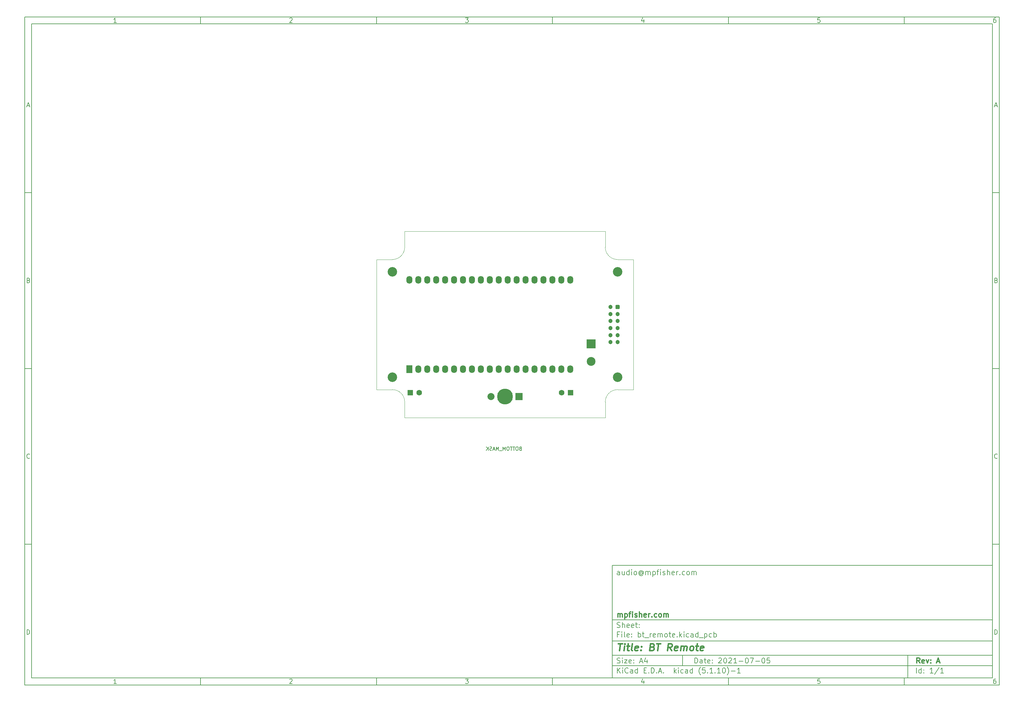
<source format=gbr>
G04 #@! TF.GenerationSoftware,KiCad,Pcbnew,(5.1.10)-1*
G04 #@! TF.CreationDate,2021-11-20T11:05:23+00:00*
G04 #@! TF.ProjectId,bt_remote,62745f72-656d-46f7-9465-2e6b69636164,A*
G04 #@! TF.SameCoordinates,PX68e7780PY7641700*
G04 #@! TF.FileFunction,Soldermask,Bot*
G04 #@! TF.FilePolarity,Negative*
%FSLAX46Y46*%
G04 Gerber Fmt 4.6, Leading zero omitted, Abs format (unit mm)*
G04 Created by KiCad (PCBNEW (5.1.10)-1) date 2021-11-20 11:05:23*
%MOMM*%
%LPD*%
G01*
G04 APERTURE LIST*
%ADD10C,0.100000*%
%ADD11C,0.150000*%
%ADD12C,0.300000*%
%ADD13C,0.400000*%
G04 #@! TA.AperFunction,Profile*
%ADD14C,0.050000*%
G04 #@! TD*
%ADD15C,2.000000*%
%ADD16R,2.000000X2.000000*%
%ADD17R,2.500000X2.500000*%
%ADD18C,2.500000*%
%ADD19C,4.500000*%
%ADD20O,1.700000X2.200000*%
%ADD21R,1.700000X2.200000*%
%ADD22C,1.200000*%
%ADD23C,2.700000*%
%ADD24C,1.600000*%
%ADD25R,1.600000X1.600000*%
G04 APERTURE END LIST*
D10*
D11*
X67002200Y-42007200D02*
X67002200Y-74007200D01*
X175002200Y-74007200D01*
X175002200Y-42007200D01*
X67002200Y-42007200D01*
D10*
D11*
X-100000000Y114000000D02*
X-100000000Y-76007200D01*
X177002200Y-76007200D01*
X177002200Y114000000D01*
X-100000000Y114000000D01*
D10*
D11*
X-98000000Y112000000D02*
X-98000000Y-74007200D01*
X175002200Y-74007200D01*
X175002200Y112000000D01*
X-98000000Y112000000D01*
D10*
D11*
X-50000000Y112000000D02*
X-50000000Y114000000D01*
D10*
D11*
X0Y112000000D02*
X0Y114000000D01*
D10*
D11*
X50000000Y112000000D02*
X50000000Y114000000D01*
D10*
D11*
X100000000Y112000000D02*
X100000000Y114000000D01*
D10*
D11*
X150000000Y112000000D02*
X150000000Y114000000D01*
D10*
D11*
X-73934524Y112411905D02*
X-74677381Y112411905D01*
X-74305953Y112411905D02*
X-74305953Y113711905D01*
X-74429762Y113526191D01*
X-74553572Y113402381D01*
X-74677381Y113340477D01*
D10*
D11*
X-24677381Y113588096D02*
X-24615477Y113650000D01*
X-24491667Y113711905D01*
X-24182143Y113711905D01*
X-24058334Y113650000D01*
X-23996429Y113588096D01*
X-23934524Y113464286D01*
X-23934524Y113340477D01*
X-23996429Y113154762D01*
X-24739286Y112411905D01*
X-23934524Y112411905D01*
D10*
D11*
X25260714Y113711905D02*
X26065476Y113711905D01*
X25632142Y113216667D01*
X25817857Y113216667D01*
X25941666Y113154762D01*
X26003571Y113092858D01*
X26065476Y112969048D01*
X26065476Y112659524D01*
X26003571Y112535715D01*
X25941666Y112473810D01*
X25817857Y112411905D01*
X25446428Y112411905D01*
X25322619Y112473810D01*
X25260714Y112535715D01*
D10*
D11*
X75941666Y113278572D02*
X75941666Y112411905D01*
X75632142Y113773810D02*
X75322619Y112845239D01*
X76127380Y112845239D01*
D10*
D11*
X126003571Y113711905D02*
X125384523Y113711905D01*
X125322619Y113092858D01*
X125384523Y113154762D01*
X125508333Y113216667D01*
X125817857Y113216667D01*
X125941666Y113154762D01*
X126003571Y113092858D01*
X126065476Y112969048D01*
X126065476Y112659524D01*
X126003571Y112535715D01*
X125941666Y112473810D01*
X125817857Y112411905D01*
X125508333Y112411905D01*
X125384523Y112473810D01*
X125322619Y112535715D01*
D10*
D11*
X175941666Y113711905D02*
X175694047Y113711905D01*
X175570238Y113650000D01*
X175508333Y113588096D01*
X175384523Y113402381D01*
X175322619Y113154762D01*
X175322619Y112659524D01*
X175384523Y112535715D01*
X175446428Y112473810D01*
X175570238Y112411905D01*
X175817857Y112411905D01*
X175941666Y112473810D01*
X176003571Y112535715D01*
X176065476Y112659524D01*
X176065476Y112969048D01*
X176003571Y113092858D01*
X175941666Y113154762D01*
X175817857Y113216667D01*
X175570238Y113216667D01*
X175446428Y113154762D01*
X175384523Y113092858D01*
X175322619Y112969048D01*
D10*
D11*
X-50000000Y-74007200D02*
X-50000000Y-76007200D01*
D10*
D11*
X0Y-74007200D02*
X0Y-76007200D01*
D10*
D11*
X50000000Y-74007200D02*
X50000000Y-76007200D01*
D10*
D11*
X100000000Y-74007200D02*
X100000000Y-76007200D01*
D10*
D11*
X150000000Y-74007200D02*
X150000000Y-76007200D01*
D10*
D11*
X-73934524Y-75595295D02*
X-74677381Y-75595295D01*
X-74305953Y-75595295D02*
X-74305953Y-74295295D01*
X-74429762Y-74481009D01*
X-74553572Y-74604819D01*
X-74677381Y-74666723D01*
D10*
D11*
X-24677381Y-74419104D02*
X-24615477Y-74357200D01*
X-24491667Y-74295295D01*
X-24182143Y-74295295D01*
X-24058334Y-74357200D01*
X-23996429Y-74419104D01*
X-23934524Y-74542914D01*
X-23934524Y-74666723D01*
X-23996429Y-74852438D01*
X-24739286Y-75595295D01*
X-23934524Y-75595295D01*
D10*
D11*
X25260714Y-74295295D02*
X26065476Y-74295295D01*
X25632142Y-74790533D01*
X25817857Y-74790533D01*
X25941666Y-74852438D01*
X26003571Y-74914342D01*
X26065476Y-75038152D01*
X26065476Y-75347676D01*
X26003571Y-75471485D01*
X25941666Y-75533390D01*
X25817857Y-75595295D01*
X25446428Y-75595295D01*
X25322619Y-75533390D01*
X25260714Y-75471485D01*
D10*
D11*
X75941666Y-74728628D02*
X75941666Y-75595295D01*
X75632142Y-74233390D02*
X75322619Y-75161961D01*
X76127380Y-75161961D01*
D10*
D11*
X126003571Y-74295295D02*
X125384523Y-74295295D01*
X125322619Y-74914342D01*
X125384523Y-74852438D01*
X125508333Y-74790533D01*
X125817857Y-74790533D01*
X125941666Y-74852438D01*
X126003571Y-74914342D01*
X126065476Y-75038152D01*
X126065476Y-75347676D01*
X126003571Y-75471485D01*
X125941666Y-75533390D01*
X125817857Y-75595295D01*
X125508333Y-75595295D01*
X125384523Y-75533390D01*
X125322619Y-75471485D01*
D10*
D11*
X175941666Y-74295295D02*
X175694047Y-74295295D01*
X175570238Y-74357200D01*
X175508333Y-74419104D01*
X175384523Y-74604819D01*
X175322619Y-74852438D01*
X175322619Y-75347676D01*
X175384523Y-75471485D01*
X175446428Y-75533390D01*
X175570238Y-75595295D01*
X175817857Y-75595295D01*
X175941666Y-75533390D01*
X176003571Y-75471485D01*
X176065476Y-75347676D01*
X176065476Y-75038152D01*
X176003571Y-74914342D01*
X175941666Y-74852438D01*
X175817857Y-74790533D01*
X175570238Y-74790533D01*
X175446428Y-74852438D01*
X175384523Y-74914342D01*
X175322619Y-75038152D01*
D10*
D11*
X-100000000Y64000000D02*
X-98000000Y64000000D01*
D10*
D11*
X-100000000Y14000000D02*
X-98000000Y14000000D01*
D10*
D11*
X-100000000Y-36000000D02*
X-98000000Y-36000000D01*
D10*
D11*
X-99309524Y88783334D02*
X-98690477Y88783334D01*
X-99433334Y88411905D02*
X-99000000Y89711905D01*
X-98566667Y88411905D01*
D10*
D11*
X-98907143Y39092858D02*
X-98721429Y39030953D01*
X-98659524Y38969048D01*
X-98597620Y38845239D01*
X-98597620Y38659524D01*
X-98659524Y38535715D01*
X-98721429Y38473810D01*
X-98845239Y38411905D01*
X-99340477Y38411905D01*
X-99340477Y39711905D01*
X-98907143Y39711905D01*
X-98783334Y39650000D01*
X-98721429Y39588096D01*
X-98659524Y39464286D01*
X-98659524Y39340477D01*
X-98721429Y39216667D01*
X-98783334Y39154762D01*
X-98907143Y39092858D01*
X-99340477Y39092858D01*
D10*
D11*
X-98597620Y-11464285D02*
X-98659524Y-11526190D01*
X-98845239Y-11588095D01*
X-98969048Y-11588095D01*
X-99154762Y-11526190D01*
X-99278572Y-11402380D01*
X-99340477Y-11278571D01*
X-99402381Y-11030952D01*
X-99402381Y-10845238D01*
X-99340477Y-10597619D01*
X-99278572Y-10473809D01*
X-99154762Y-10350000D01*
X-98969048Y-10288095D01*
X-98845239Y-10288095D01*
X-98659524Y-10350000D01*
X-98597620Y-10411904D01*
D10*
D11*
X-99340477Y-61588095D02*
X-99340477Y-60288095D01*
X-99030953Y-60288095D01*
X-98845239Y-60350000D01*
X-98721429Y-60473809D01*
X-98659524Y-60597619D01*
X-98597620Y-60845238D01*
X-98597620Y-61030952D01*
X-98659524Y-61278571D01*
X-98721429Y-61402380D01*
X-98845239Y-61526190D01*
X-99030953Y-61588095D01*
X-99340477Y-61588095D01*
D10*
D11*
X177002200Y64000000D02*
X175002200Y64000000D01*
D10*
D11*
X177002200Y14000000D02*
X175002200Y14000000D01*
D10*
D11*
X177002200Y-36000000D02*
X175002200Y-36000000D01*
D10*
D11*
X175692676Y88783334D02*
X176311723Y88783334D01*
X175568866Y88411905D02*
X176002200Y89711905D01*
X176435533Y88411905D01*
D10*
D11*
X176095057Y39092858D02*
X176280771Y39030953D01*
X176342676Y38969048D01*
X176404580Y38845239D01*
X176404580Y38659524D01*
X176342676Y38535715D01*
X176280771Y38473810D01*
X176156961Y38411905D01*
X175661723Y38411905D01*
X175661723Y39711905D01*
X176095057Y39711905D01*
X176218866Y39650000D01*
X176280771Y39588096D01*
X176342676Y39464286D01*
X176342676Y39340477D01*
X176280771Y39216667D01*
X176218866Y39154762D01*
X176095057Y39092858D01*
X175661723Y39092858D01*
D10*
D11*
X176404580Y-11464285D02*
X176342676Y-11526190D01*
X176156961Y-11588095D01*
X176033152Y-11588095D01*
X175847438Y-11526190D01*
X175723628Y-11402380D01*
X175661723Y-11278571D01*
X175599819Y-11030952D01*
X175599819Y-10845238D01*
X175661723Y-10597619D01*
X175723628Y-10473809D01*
X175847438Y-10350000D01*
X176033152Y-10288095D01*
X176156961Y-10288095D01*
X176342676Y-10350000D01*
X176404580Y-10411904D01*
D10*
D11*
X175661723Y-61588095D02*
X175661723Y-60288095D01*
X175971247Y-60288095D01*
X176156961Y-60350000D01*
X176280771Y-60473809D01*
X176342676Y-60597619D01*
X176404580Y-60845238D01*
X176404580Y-61030952D01*
X176342676Y-61278571D01*
X176280771Y-61402380D01*
X176156961Y-61526190D01*
X175971247Y-61588095D01*
X175661723Y-61588095D01*
D10*
D11*
X90434342Y-69785771D02*
X90434342Y-68285771D01*
X90791485Y-68285771D01*
X91005771Y-68357200D01*
X91148628Y-68500057D01*
X91220057Y-68642914D01*
X91291485Y-68928628D01*
X91291485Y-69142914D01*
X91220057Y-69428628D01*
X91148628Y-69571485D01*
X91005771Y-69714342D01*
X90791485Y-69785771D01*
X90434342Y-69785771D01*
X92577200Y-69785771D02*
X92577200Y-69000057D01*
X92505771Y-68857200D01*
X92362914Y-68785771D01*
X92077200Y-68785771D01*
X91934342Y-68857200D01*
X92577200Y-69714342D02*
X92434342Y-69785771D01*
X92077200Y-69785771D01*
X91934342Y-69714342D01*
X91862914Y-69571485D01*
X91862914Y-69428628D01*
X91934342Y-69285771D01*
X92077200Y-69214342D01*
X92434342Y-69214342D01*
X92577200Y-69142914D01*
X93077200Y-68785771D02*
X93648628Y-68785771D01*
X93291485Y-68285771D02*
X93291485Y-69571485D01*
X93362914Y-69714342D01*
X93505771Y-69785771D01*
X93648628Y-69785771D01*
X94720057Y-69714342D02*
X94577200Y-69785771D01*
X94291485Y-69785771D01*
X94148628Y-69714342D01*
X94077200Y-69571485D01*
X94077200Y-69000057D01*
X94148628Y-68857200D01*
X94291485Y-68785771D01*
X94577200Y-68785771D01*
X94720057Y-68857200D01*
X94791485Y-69000057D01*
X94791485Y-69142914D01*
X94077200Y-69285771D01*
X95434342Y-69642914D02*
X95505771Y-69714342D01*
X95434342Y-69785771D01*
X95362914Y-69714342D01*
X95434342Y-69642914D01*
X95434342Y-69785771D01*
X95434342Y-68857200D02*
X95505771Y-68928628D01*
X95434342Y-69000057D01*
X95362914Y-68928628D01*
X95434342Y-68857200D01*
X95434342Y-69000057D01*
X97220057Y-68428628D02*
X97291485Y-68357200D01*
X97434342Y-68285771D01*
X97791485Y-68285771D01*
X97934342Y-68357200D01*
X98005771Y-68428628D01*
X98077200Y-68571485D01*
X98077200Y-68714342D01*
X98005771Y-68928628D01*
X97148628Y-69785771D01*
X98077200Y-69785771D01*
X99005771Y-68285771D02*
X99148628Y-68285771D01*
X99291485Y-68357200D01*
X99362914Y-68428628D01*
X99434342Y-68571485D01*
X99505771Y-68857200D01*
X99505771Y-69214342D01*
X99434342Y-69500057D01*
X99362914Y-69642914D01*
X99291485Y-69714342D01*
X99148628Y-69785771D01*
X99005771Y-69785771D01*
X98862914Y-69714342D01*
X98791485Y-69642914D01*
X98720057Y-69500057D01*
X98648628Y-69214342D01*
X98648628Y-68857200D01*
X98720057Y-68571485D01*
X98791485Y-68428628D01*
X98862914Y-68357200D01*
X99005771Y-68285771D01*
X100077200Y-68428628D02*
X100148628Y-68357200D01*
X100291485Y-68285771D01*
X100648628Y-68285771D01*
X100791485Y-68357200D01*
X100862914Y-68428628D01*
X100934342Y-68571485D01*
X100934342Y-68714342D01*
X100862914Y-68928628D01*
X100005771Y-69785771D01*
X100934342Y-69785771D01*
X102362914Y-69785771D02*
X101505771Y-69785771D01*
X101934342Y-69785771D02*
X101934342Y-68285771D01*
X101791485Y-68500057D01*
X101648628Y-68642914D01*
X101505771Y-68714342D01*
X103005771Y-69214342D02*
X104148628Y-69214342D01*
X105148628Y-68285771D02*
X105291485Y-68285771D01*
X105434342Y-68357200D01*
X105505771Y-68428628D01*
X105577200Y-68571485D01*
X105648628Y-68857200D01*
X105648628Y-69214342D01*
X105577200Y-69500057D01*
X105505771Y-69642914D01*
X105434342Y-69714342D01*
X105291485Y-69785771D01*
X105148628Y-69785771D01*
X105005771Y-69714342D01*
X104934342Y-69642914D01*
X104862914Y-69500057D01*
X104791485Y-69214342D01*
X104791485Y-68857200D01*
X104862914Y-68571485D01*
X104934342Y-68428628D01*
X105005771Y-68357200D01*
X105148628Y-68285771D01*
X106148628Y-68285771D02*
X107148628Y-68285771D01*
X106505771Y-69785771D01*
X107720057Y-69214342D02*
X108862914Y-69214342D01*
X109862914Y-68285771D02*
X110005771Y-68285771D01*
X110148628Y-68357200D01*
X110220057Y-68428628D01*
X110291485Y-68571485D01*
X110362914Y-68857200D01*
X110362914Y-69214342D01*
X110291485Y-69500057D01*
X110220057Y-69642914D01*
X110148628Y-69714342D01*
X110005771Y-69785771D01*
X109862914Y-69785771D01*
X109720057Y-69714342D01*
X109648628Y-69642914D01*
X109577200Y-69500057D01*
X109505771Y-69214342D01*
X109505771Y-68857200D01*
X109577200Y-68571485D01*
X109648628Y-68428628D01*
X109720057Y-68357200D01*
X109862914Y-68285771D01*
X111720057Y-68285771D02*
X111005771Y-68285771D01*
X110934342Y-69000057D01*
X111005771Y-68928628D01*
X111148628Y-68857200D01*
X111505771Y-68857200D01*
X111648628Y-68928628D01*
X111720057Y-69000057D01*
X111791485Y-69142914D01*
X111791485Y-69500057D01*
X111720057Y-69642914D01*
X111648628Y-69714342D01*
X111505771Y-69785771D01*
X111148628Y-69785771D01*
X111005771Y-69714342D01*
X110934342Y-69642914D01*
D10*
D11*
X67002200Y-70507200D02*
X175002200Y-70507200D01*
D10*
D11*
X68434342Y-72585771D02*
X68434342Y-71085771D01*
X69291485Y-72585771D02*
X68648628Y-71728628D01*
X69291485Y-71085771D02*
X68434342Y-71942914D01*
X69934342Y-72585771D02*
X69934342Y-71585771D01*
X69934342Y-71085771D02*
X69862914Y-71157200D01*
X69934342Y-71228628D01*
X70005771Y-71157200D01*
X69934342Y-71085771D01*
X69934342Y-71228628D01*
X71505771Y-72442914D02*
X71434342Y-72514342D01*
X71220057Y-72585771D01*
X71077200Y-72585771D01*
X70862914Y-72514342D01*
X70720057Y-72371485D01*
X70648628Y-72228628D01*
X70577200Y-71942914D01*
X70577200Y-71728628D01*
X70648628Y-71442914D01*
X70720057Y-71300057D01*
X70862914Y-71157200D01*
X71077200Y-71085771D01*
X71220057Y-71085771D01*
X71434342Y-71157200D01*
X71505771Y-71228628D01*
X72791485Y-72585771D02*
X72791485Y-71800057D01*
X72720057Y-71657200D01*
X72577200Y-71585771D01*
X72291485Y-71585771D01*
X72148628Y-71657200D01*
X72791485Y-72514342D02*
X72648628Y-72585771D01*
X72291485Y-72585771D01*
X72148628Y-72514342D01*
X72077200Y-72371485D01*
X72077200Y-72228628D01*
X72148628Y-72085771D01*
X72291485Y-72014342D01*
X72648628Y-72014342D01*
X72791485Y-71942914D01*
X74148628Y-72585771D02*
X74148628Y-71085771D01*
X74148628Y-72514342D02*
X74005771Y-72585771D01*
X73720057Y-72585771D01*
X73577200Y-72514342D01*
X73505771Y-72442914D01*
X73434342Y-72300057D01*
X73434342Y-71871485D01*
X73505771Y-71728628D01*
X73577200Y-71657200D01*
X73720057Y-71585771D01*
X74005771Y-71585771D01*
X74148628Y-71657200D01*
X76005771Y-71800057D02*
X76505771Y-71800057D01*
X76720057Y-72585771D02*
X76005771Y-72585771D01*
X76005771Y-71085771D01*
X76720057Y-71085771D01*
X77362914Y-72442914D02*
X77434342Y-72514342D01*
X77362914Y-72585771D01*
X77291485Y-72514342D01*
X77362914Y-72442914D01*
X77362914Y-72585771D01*
X78077200Y-72585771D02*
X78077200Y-71085771D01*
X78434342Y-71085771D01*
X78648628Y-71157200D01*
X78791485Y-71300057D01*
X78862914Y-71442914D01*
X78934342Y-71728628D01*
X78934342Y-71942914D01*
X78862914Y-72228628D01*
X78791485Y-72371485D01*
X78648628Y-72514342D01*
X78434342Y-72585771D01*
X78077200Y-72585771D01*
X79577200Y-72442914D02*
X79648628Y-72514342D01*
X79577200Y-72585771D01*
X79505771Y-72514342D01*
X79577200Y-72442914D01*
X79577200Y-72585771D01*
X80220057Y-72157200D02*
X80934342Y-72157200D01*
X80077200Y-72585771D02*
X80577200Y-71085771D01*
X81077200Y-72585771D01*
X81577200Y-72442914D02*
X81648628Y-72514342D01*
X81577200Y-72585771D01*
X81505771Y-72514342D01*
X81577200Y-72442914D01*
X81577200Y-72585771D01*
X84577200Y-72585771D02*
X84577200Y-71085771D01*
X84720057Y-72014342D02*
X85148628Y-72585771D01*
X85148628Y-71585771D02*
X84577200Y-72157200D01*
X85791485Y-72585771D02*
X85791485Y-71585771D01*
X85791485Y-71085771D02*
X85720057Y-71157200D01*
X85791485Y-71228628D01*
X85862914Y-71157200D01*
X85791485Y-71085771D01*
X85791485Y-71228628D01*
X87148628Y-72514342D02*
X87005771Y-72585771D01*
X86720057Y-72585771D01*
X86577200Y-72514342D01*
X86505771Y-72442914D01*
X86434342Y-72300057D01*
X86434342Y-71871485D01*
X86505771Y-71728628D01*
X86577200Y-71657200D01*
X86720057Y-71585771D01*
X87005771Y-71585771D01*
X87148628Y-71657200D01*
X88434342Y-72585771D02*
X88434342Y-71800057D01*
X88362914Y-71657200D01*
X88220057Y-71585771D01*
X87934342Y-71585771D01*
X87791485Y-71657200D01*
X88434342Y-72514342D02*
X88291485Y-72585771D01*
X87934342Y-72585771D01*
X87791485Y-72514342D01*
X87720057Y-72371485D01*
X87720057Y-72228628D01*
X87791485Y-72085771D01*
X87934342Y-72014342D01*
X88291485Y-72014342D01*
X88434342Y-71942914D01*
X89791485Y-72585771D02*
X89791485Y-71085771D01*
X89791485Y-72514342D02*
X89648628Y-72585771D01*
X89362914Y-72585771D01*
X89220057Y-72514342D01*
X89148628Y-72442914D01*
X89077200Y-72300057D01*
X89077200Y-71871485D01*
X89148628Y-71728628D01*
X89220057Y-71657200D01*
X89362914Y-71585771D01*
X89648628Y-71585771D01*
X89791485Y-71657200D01*
X92077200Y-73157200D02*
X92005771Y-73085771D01*
X91862914Y-72871485D01*
X91791485Y-72728628D01*
X91720057Y-72514342D01*
X91648628Y-72157200D01*
X91648628Y-71871485D01*
X91720057Y-71514342D01*
X91791485Y-71300057D01*
X91862914Y-71157200D01*
X92005771Y-70942914D01*
X92077200Y-70871485D01*
X93362914Y-71085771D02*
X92648628Y-71085771D01*
X92577200Y-71800057D01*
X92648628Y-71728628D01*
X92791485Y-71657200D01*
X93148628Y-71657200D01*
X93291485Y-71728628D01*
X93362914Y-71800057D01*
X93434342Y-71942914D01*
X93434342Y-72300057D01*
X93362914Y-72442914D01*
X93291485Y-72514342D01*
X93148628Y-72585771D01*
X92791485Y-72585771D01*
X92648628Y-72514342D01*
X92577200Y-72442914D01*
X94077200Y-72442914D02*
X94148628Y-72514342D01*
X94077200Y-72585771D01*
X94005771Y-72514342D01*
X94077200Y-72442914D01*
X94077200Y-72585771D01*
X95577200Y-72585771D02*
X94720057Y-72585771D01*
X95148628Y-72585771D02*
X95148628Y-71085771D01*
X95005771Y-71300057D01*
X94862914Y-71442914D01*
X94720057Y-71514342D01*
X96220057Y-72442914D02*
X96291485Y-72514342D01*
X96220057Y-72585771D01*
X96148628Y-72514342D01*
X96220057Y-72442914D01*
X96220057Y-72585771D01*
X97720057Y-72585771D02*
X96862914Y-72585771D01*
X97291485Y-72585771D02*
X97291485Y-71085771D01*
X97148628Y-71300057D01*
X97005771Y-71442914D01*
X96862914Y-71514342D01*
X98648628Y-71085771D02*
X98791485Y-71085771D01*
X98934342Y-71157200D01*
X99005771Y-71228628D01*
X99077200Y-71371485D01*
X99148628Y-71657200D01*
X99148628Y-72014342D01*
X99077200Y-72300057D01*
X99005771Y-72442914D01*
X98934342Y-72514342D01*
X98791485Y-72585771D01*
X98648628Y-72585771D01*
X98505771Y-72514342D01*
X98434342Y-72442914D01*
X98362914Y-72300057D01*
X98291485Y-72014342D01*
X98291485Y-71657200D01*
X98362914Y-71371485D01*
X98434342Y-71228628D01*
X98505771Y-71157200D01*
X98648628Y-71085771D01*
X99648628Y-73157200D02*
X99720057Y-73085771D01*
X99862914Y-72871485D01*
X99934342Y-72728628D01*
X100005771Y-72514342D01*
X100077200Y-72157200D01*
X100077200Y-71871485D01*
X100005771Y-71514342D01*
X99934342Y-71300057D01*
X99862914Y-71157200D01*
X99720057Y-70942914D01*
X99648628Y-70871485D01*
X100791485Y-72014342D02*
X101934342Y-72014342D01*
X103434342Y-72585771D02*
X102577200Y-72585771D01*
X103005771Y-72585771D02*
X103005771Y-71085771D01*
X102862914Y-71300057D01*
X102720057Y-71442914D01*
X102577200Y-71514342D01*
D10*
D11*
X67002200Y-67507200D02*
X175002200Y-67507200D01*
D10*
D12*
X154411485Y-69785771D02*
X153911485Y-69071485D01*
X153554342Y-69785771D02*
X153554342Y-68285771D01*
X154125771Y-68285771D01*
X154268628Y-68357200D01*
X154340057Y-68428628D01*
X154411485Y-68571485D01*
X154411485Y-68785771D01*
X154340057Y-68928628D01*
X154268628Y-69000057D01*
X154125771Y-69071485D01*
X153554342Y-69071485D01*
X155625771Y-69714342D02*
X155482914Y-69785771D01*
X155197200Y-69785771D01*
X155054342Y-69714342D01*
X154982914Y-69571485D01*
X154982914Y-69000057D01*
X155054342Y-68857200D01*
X155197200Y-68785771D01*
X155482914Y-68785771D01*
X155625771Y-68857200D01*
X155697200Y-69000057D01*
X155697200Y-69142914D01*
X154982914Y-69285771D01*
X156197200Y-68785771D02*
X156554342Y-69785771D01*
X156911485Y-68785771D01*
X157482914Y-69642914D02*
X157554342Y-69714342D01*
X157482914Y-69785771D01*
X157411485Y-69714342D01*
X157482914Y-69642914D01*
X157482914Y-69785771D01*
X157482914Y-68857200D02*
X157554342Y-68928628D01*
X157482914Y-69000057D01*
X157411485Y-68928628D01*
X157482914Y-68857200D01*
X157482914Y-69000057D01*
X159268628Y-69357200D02*
X159982914Y-69357200D01*
X159125771Y-69785771D02*
X159625771Y-68285771D01*
X160125771Y-69785771D01*
D10*
D11*
X68362914Y-69714342D02*
X68577200Y-69785771D01*
X68934342Y-69785771D01*
X69077200Y-69714342D01*
X69148628Y-69642914D01*
X69220057Y-69500057D01*
X69220057Y-69357200D01*
X69148628Y-69214342D01*
X69077200Y-69142914D01*
X68934342Y-69071485D01*
X68648628Y-69000057D01*
X68505771Y-68928628D01*
X68434342Y-68857200D01*
X68362914Y-68714342D01*
X68362914Y-68571485D01*
X68434342Y-68428628D01*
X68505771Y-68357200D01*
X68648628Y-68285771D01*
X69005771Y-68285771D01*
X69220057Y-68357200D01*
X69862914Y-69785771D02*
X69862914Y-68785771D01*
X69862914Y-68285771D02*
X69791485Y-68357200D01*
X69862914Y-68428628D01*
X69934342Y-68357200D01*
X69862914Y-68285771D01*
X69862914Y-68428628D01*
X70434342Y-68785771D02*
X71220057Y-68785771D01*
X70434342Y-69785771D01*
X71220057Y-69785771D01*
X72362914Y-69714342D02*
X72220057Y-69785771D01*
X71934342Y-69785771D01*
X71791485Y-69714342D01*
X71720057Y-69571485D01*
X71720057Y-69000057D01*
X71791485Y-68857200D01*
X71934342Y-68785771D01*
X72220057Y-68785771D01*
X72362914Y-68857200D01*
X72434342Y-69000057D01*
X72434342Y-69142914D01*
X71720057Y-69285771D01*
X73077200Y-69642914D02*
X73148628Y-69714342D01*
X73077200Y-69785771D01*
X73005771Y-69714342D01*
X73077200Y-69642914D01*
X73077200Y-69785771D01*
X73077200Y-68857200D02*
X73148628Y-68928628D01*
X73077200Y-69000057D01*
X73005771Y-68928628D01*
X73077200Y-68857200D01*
X73077200Y-69000057D01*
X74862914Y-69357200D02*
X75577200Y-69357200D01*
X74720057Y-69785771D02*
X75220057Y-68285771D01*
X75720057Y-69785771D01*
X76862914Y-68785771D02*
X76862914Y-69785771D01*
X76505771Y-68214342D02*
X76148628Y-69285771D01*
X77077200Y-69285771D01*
D10*
D11*
X153434342Y-72585771D02*
X153434342Y-71085771D01*
X154791485Y-72585771D02*
X154791485Y-71085771D01*
X154791485Y-72514342D02*
X154648628Y-72585771D01*
X154362914Y-72585771D01*
X154220057Y-72514342D01*
X154148628Y-72442914D01*
X154077200Y-72300057D01*
X154077200Y-71871485D01*
X154148628Y-71728628D01*
X154220057Y-71657200D01*
X154362914Y-71585771D01*
X154648628Y-71585771D01*
X154791485Y-71657200D01*
X155505771Y-72442914D02*
X155577200Y-72514342D01*
X155505771Y-72585771D01*
X155434342Y-72514342D01*
X155505771Y-72442914D01*
X155505771Y-72585771D01*
X155505771Y-71657200D02*
X155577200Y-71728628D01*
X155505771Y-71800057D01*
X155434342Y-71728628D01*
X155505771Y-71657200D01*
X155505771Y-71800057D01*
X158148628Y-72585771D02*
X157291485Y-72585771D01*
X157720057Y-72585771D02*
X157720057Y-71085771D01*
X157577200Y-71300057D01*
X157434342Y-71442914D01*
X157291485Y-71514342D01*
X159862914Y-71014342D02*
X158577200Y-72942914D01*
X161148628Y-72585771D02*
X160291485Y-72585771D01*
X160720057Y-72585771D02*
X160720057Y-71085771D01*
X160577200Y-71300057D01*
X160434342Y-71442914D01*
X160291485Y-71514342D01*
D10*
D11*
X67002200Y-63507200D02*
X175002200Y-63507200D01*
D10*
D13*
X68714580Y-64211961D02*
X69857438Y-64211961D01*
X69036009Y-66211961D02*
X69286009Y-64211961D01*
X70274104Y-66211961D02*
X70440771Y-64878628D01*
X70524104Y-64211961D02*
X70416961Y-64307200D01*
X70500295Y-64402438D01*
X70607438Y-64307200D01*
X70524104Y-64211961D01*
X70500295Y-64402438D01*
X71107438Y-64878628D02*
X71869342Y-64878628D01*
X71476485Y-64211961D02*
X71262200Y-65926247D01*
X71333628Y-66116723D01*
X71512200Y-66211961D01*
X71702676Y-66211961D01*
X72655057Y-66211961D02*
X72476485Y-66116723D01*
X72405057Y-65926247D01*
X72619342Y-64211961D01*
X74190771Y-66116723D02*
X73988390Y-66211961D01*
X73607438Y-66211961D01*
X73428866Y-66116723D01*
X73357438Y-65926247D01*
X73452676Y-65164342D01*
X73571723Y-64973866D01*
X73774104Y-64878628D01*
X74155057Y-64878628D01*
X74333628Y-64973866D01*
X74405057Y-65164342D01*
X74381247Y-65354819D01*
X73405057Y-65545295D01*
X75155057Y-66021485D02*
X75238390Y-66116723D01*
X75131247Y-66211961D01*
X75047914Y-66116723D01*
X75155057Y-66021485D01*
X75131247Y-66211961D01*
X75286009Y-64973866D02*
X75369342Y-65069104D01*
X75262200Y-65164342D01*
X75178866Y-65069104D01*
X75286009Y-64973866D01*
X75262200Y-65164342D01*
X78405057Y-65164342D02*
X78678866Y-65259580D01*
X78762200Y-65354819D01*
X78833628Y-65545295D01*
X78797914Y-65831009D01*
X78678866Y-66021485D01*
X78571723Y-66116723D01*
X78369342Y-66211961D01*
X77607438Y-66211961D01*
X77857438Y-64211961D01*
X78524104Y-64211961D01*
X78702676Y-64307200D01*
X78786009Y-64402438D01*
X78857438Y-64592914D01*
X78833628Y-64783390D01*
X78714580Y-64973866D01*
X78607438Y-65069104D01*
X78405057Y-65164342D01*
X77738390Y-65164342D01*
X79571723Y-64211961D02*
X80714580Y-64211961D01*
X79893152Y-66211961D02*
X80143152Y-64211961D01*
X83797914Y-66211961D02*
X83250295Y-65259580D01*
X82655057Y-66211961D02*
X82905057Y-64211961D01*
X83666961Y-64211961D01*
X83845533Y-64307200D01*
X83928866Y-64402438D01*
X84000295Y-64592914D01*
X83964580Y-64878628D01*
X83845533Y-65069104D01*
X83738390Y-65164342D01*
X83536009Y-65259580D01*
X82774104Y-65259580D01*
X85428866Y-66116723D02*
X85226485Y-66211961D01*
X84845533Y-66211961D01*
X84666961Y-66116723D01*
X84595533Y-65926247D01*
X84690771Y-65164342D01*
X84809819Y-64973866D01*
X85012200Y-64878628D01*
X85393152Y-64878628D01*
X85571723Y-64973866D01*
X85643152Y-65164342D01*
X85619342Y-65354819D01*
X84643152Y-65545295D01*
X86369342Y-66211961D02*
X86536009Y-64878628D01*
X86512200Y-65069104D02*
X86619342Y-64973866D01*
X86821723Y-64878628D01*
X87107438Y-64878628D01*
X87286009Y-64973866D01*
X87357438Y-65164342D01*
X87226485Y-66211961D01*
X87357438Y-65164342D02*
X87476485Y-64973866D01*
X87678866Y-64878628D01*
X87964580Y-64878628D01*
X88143152Y-64973866D01*
X88214580Y-65164342D01*
X88083628Y-66211961D01*
X89321723Y-66211961D02*
X89143152Y-66116723D01*
X89059819Y-66021485D01*
X88988390Y-65831009D01*
X89059819Y-65259580D01*
X89178866Y-65069104D01*
X89286009Y-64973866D01*
X89488390Y-64878628D01*
X89774104Y-64878628D01*
X89952676Y-64973866D01*
X90036009Y-65069104D01*
X90107438Y-65259580D01*
X90036009Y-65831009D01*
X89916961Y-66021485D01*
X89809819Y-66116723D01*
X89607438Y-66211961D01*
X89321723Y-66211961D01*
X90726485Y-64878628D02*
X91488390Y-64878628D01*
X91095533Y-64211961D02*
X90881247Y-65926247D01*
X90952676Y-66116723D01*
X91131247Y-66211961D01*
X91321723Y-66211961D01*
X92762200Y-66116723D02*
X92559819Y-66211961D01*
X92178866Y-66211961D01*
X92000295Y-66116723D01*
X91928866Y-65926247D01*
X92024104Y-65164342D01*
X92143152Y-64973866D01*
X92345533Y-64878628D01*
X92726485Y-64878628D01*
X92905057Y-64973866D01*
X92976485Y-65164342D01*
X92952676Y-65354819D01*
X91976485Y-65545295D01*
D10*
D11*
X68934342Y-61600057D02*
X68434342Y-61600057D01*
X68434342Y-62385771D02*
X68434342Y-60885771D01*
X69148628Y-60885771D01*
X69720057Y-62385771D02*
X69720057Y-61385771D01*
X69720057Y-60885771D02*
X69648628Y-60957200D01*
X69720057Y-61028628D01*
X69791485Y-60957200D01*
X69720057Y-60885771D01*
X69720057Y-61028628D01*
X70648628Y-62385771D02*
X70505771Y-62314342D01*
X70434342Y-62171485D01*
X70434342Y-60885771D01*
X71791485Y-62314342D02*
X71648628Y-62385771D01*
X71362914Y-62385771D01*
X71220057Y-62314342D01*
X71148628Y-62171485D01*
X71148628Y-61600057D01*
X71220057Y-61457200D01*
X71362914Y-61385771D01*
X71648628Y-61385771D01*
X71791485Y-61457200D01*
X71862914Y-61600057D01*
X71862914Y-61742914D01*
X71148628Y-61885771D01*
X72505771Y-62242914D02*
X72577200Y-62314342D01*
X72505771Y-62385771D01*
X72434342Y-62314342D01*
X72505771Y-62242914D01*
X72505771Y-62385771D01*
X72505771Y-61457200D02*
X72577200Y-61528628D01*
X72505771Y-61600057D01*
X72434342Y-61528628D01*
X72505771Y-61457200D01*
X72505771Y-61600057D01*
X74362914Y-62385771D02*
X74362914Y-60885771D01*
X74362914Y-61457200D02*
X74505771Y-61385771D01*
X74791485Y-61385771D01*
X74934342Y-61457200D01*
X75005771Y-61528628D01*
X75077200Y-61671485D01*
X75077200Y-62100057D01*
X75005771Y-62242914D01*
X74934342Y-62314342D01*
X74791485Y-62385771D01*
X74505771Y-62385771D01*
X74362914Y-62314342D01*
X75505771Y-61385771D02*
X76077200Y-61385771D01*
X75720057Y-60885771D02*
X75720057Y-62171485D01*
X75791485Y-62314342D01*
X75934342Y-62385771D01*
X76077200Y-62385771D01*
X76220057Y-62528628D02*
X77362914Y-62528628D01*
X77720057Y-62385771D02*
X77720057Y-61385771D01*
X77720057Y-61671485D02*
X77791485Y-61528628D01*
X77862914Y-61457200D01*
X78005771Y-61385771D01*
X78148628Y-61385771D01*
X79220057Y-62314342D02*
X79077200Y-62385771D01*
X78791485Y-62385771D01*
X78648628Y-62314342D01*
X78577200Y-62171485D01*
X78577200Y-61600057D01*
X78648628Y-61457200D01*
X78791485Y-61385771D01*
X79077200Y-61385771D01*
X79220057Y-61457200D01*
X79291485Y-61600057D01*
X79291485Y-61742914D01*
X78577200Y-61885771D01*
X79934342Y-62385771D02*
X79934342Y-61385771D01*
X79934342Y-61528628D02*
X80005771Y-61457200D01*
X80148628Y-61385771D01*
X80362914Y-61385771D01*
X80505771Y-61457200D01*
X80577200Y-61600057D01*
X80577200Y-62385771D01*
X80577200Y-61600057D02*
X80648628Y-61457200D01*
X80791485Y-61385771D01*
X81005771Y-61385771D01*
X81148628Y-61457200D01*
X81220057Y-61600057D01*
X81220057Y-62385771D01*
X82148628Y-62385771D02*
X82005771Y-62314342D01*
X81934342Y-62242914D01*
X81862914Y-62100057D01*
X81862914Y-61671485D01*
X81934342Y-61528628D01*
X82005771Y-61457200D01*
X82148628Y-61385771D01*
X82362914Y-61385771D01*
X82505771Y-61457200D01*
X82577200Y-61528628D01*
X82648628Y-61671485D01*
X82648628Y-62100057D01*
X82577200Y-62242914D01*
X82505771Y-62314342D01*
X82362914Y-62385771D01*
X82148628Y-62385771D01*
X83077200Y-61385771D02*
X83648628Y-61385771D01*
X83291485Y-60885771D02*
X83291485Y-62171485D01*
X83362914Y-62314342D01*
X83505771Y-62385771D01*
X83648628Y-62385771D01*
X84720057Y-62314342D02*
X84577200Y-62385771D01*
X84291485Y-62385771D01*
X84148628Y-62314342D01*
X84077200Y-62171485D01*
X84077200Y-61600057D01*
X84148628Y-61457200D01*
X84291485Y-61385771D01*
X84577200Y-61385771D01*
X84720057Y-61457200D01*
X84791485Y-61600057D01*
X84791485Y-61742914D01*
X84077200Y-61885771D01*
X85434342Y-62242914D02*
X85505771Y-62314342D01*
X85434342Y-62385771D01*
X85362914Y-62314342D01*
X85434342Y-62242914D01*
X85434342Y-62385771D01*
X86148628Y-62385771D02*
X86148628Y-60885771D01*
X86291485Y-61814342D02*
X86720057Y-62385771D01*
X86720057Y-61385771D02*
X86148628Y-61957200D01*
X87362914Y-62385771D02*
X87362914Y-61385771D01*
X87362914Y-60885771D02*
X87291485Y-60957200D01*
X87362914Y-61028628D01*
X87434342Y-60957200D01*
X87362914Y-60885771D01*
X87362914Y-61028628D01*
X88720057Y-62314342D02*
X88577200Y-62385771D01*
X88291485Y-62385771D01*
X88148628Y-62314342D01*
X88077200Y-62242914D01*
X88005771Y-62100057D01*
X88005771Y-61671485D01*
X88077200Y-61528628D01*
X88148628Y-61457200D01*
X88291485Y-61385771D01*
X88577200Y-61385771D01*
X88720057Y-61457200D01*
X90005771Y-62385771D02*
X90005771Y-61600057D01*
X89934342Y-61457200D01*
X89791485Y-61385771D01*
X89505771Y-61385771D01*
X89362914Y-61457200D01*
X90005771Y-62314342D02*
X89862914Y-62385771D01*
X89505771Y-62385771D01*
X89362914Y-62314342D01*
X89291485Y-62171485D01*
X89291485Y-62028628D01*
X89362914Y-61885771D01*
X89505771Y-61814342D01*
X89862914Y-61814342D01*
X90005771Y-61742914D01*
X91362914Y-62385771D02*
X91362914Y-60885771D01*
X91362914Y-62314342D02*
X91220057Y-62385771D01*
X90934342Y-62385771D01*
X90791485Y-62314342D01*
X90720057Y-62242914D01*
X90648628Y-62100057D01*
X90648628Y-61671485D01*
X90720057Y-61528628D01*
X90791485Y-61457200D01*
X90934342Y-61385771D01*
X91220057Y-61385771D01*
X91362914Y-61457200D01*
X91720057Y-62528628D02*
X92862914Y-62528628D01*
X93220057Y-61385771D02*
X93220057Y-62885771D01*
X93220057Y-61457200D02*
X93362914Y-61385771D01*
X93648628Y-61385771D01*
X93791485Y-61457200D01*
X93862914Y-61528628D01*
X93934342Y-61671485D01*
X93934342Y-62100057D01*
X93862914Y-62242914D01*
X93791485Y-62314342D01*
X93648628Y-62385771D01*
X93362914Y-62385771D01*
X93220057Y-62314342D01*
X95220057Y-62314342D02*
X95077200Y-62385771D01*
X94791485Y-62385771D01*
X94648628Y-62314342D01*
X94577200Y-62242914D01*
X94505771Y-62100057D01*
X94505771Y-61671485D01*
X94577200Y-61528628D01*
X94648628Y-61457200D01*
X94791485Y-61385771D01*
X95077200Y-61385771D01*
X95220057Y-61457200D01*
X95862914Y-62385771D02*
X95862914Y-60885771D01*
X95862914Y-61457200D02*
X96005771Y-61385771D01*
X96291485Y-61385771D01*
X96434342Y-61457200D01*
X96505771Y-61528628D01*
X96577200Y-61671485D01*
X96577200Y-62100057D01*
X96505771Y-62242914D01*
X96434342Y-62314342D01*
X96291485Y-62385771D01*
X96005771Y-62385771D01*
X95862914Y-62314342D01*
D10*
D11*
X67002200Y-57507200D02*
X175002200Y-57507200D01*
D10*
D11*
X68362914Y-59614342D02*
X68577200Y-59685771D01*
X68934342Y-59685771D01*
X69077200Y-59614342D01*
X69148628Y-59542914D01*
X69220057Y-59400057D01*
X69220057Y-59257200D01*
X69148628Y-59114342D01*
X69077200Y-59042914D01*
X68934342Y-58971485D01*
X68648628Y-58900057D01*
X68505771Y-58828628D01*
X68434342Y-58757200D01*
X68362914Y-58614342D01*
X68362914Y-58471485D01*
X68434342Y-58328628D01*
X68505771Y-58257200D01*
X68648628Y-58185771D01*
X69005771Y-58185771D01*
X69220057Y-58257200D01*
X69862914Y-59685771D02*
X69862914Y-58185771D01*
X70505771Y-59685771D02*
X70505771Y-58900057D01*
X70434342Y-58757200D01*
X70291485Y-58685771D01*
X70077200Y-58685771D01*
X69934342Y-58757200D01*
X69862914Y-58828628D01*
X71791485Y-59614342D02*
X71648628Y-59685771D01*
X71362914Y-59685771D01*
X71220057Y-59614342D01*
X71148628Y-59471485D01*
X71148628Y-58900057D01*
X71220057Y-58757200D01*
X71362914Y-58685771D01*
X71648628Y-58685771D01*
X71791485Y-58757200D01*
X71862914Y-58900057D01*
X71862914Y-59042914D01*
X71148628Y-59185771D01*
X73077200Y-59614342D02*
X72934342Y-59685771D01*
X72648628Y-59685771D01*
X72505771Y-59614342D01*
X72434342Y-59471485D01*
X72434342Y-58900057D01*
X72505771Y-58757200D01*
X72648628Y-58685771D01*
X72934342Y-58685771D01*
X73077200Y-58757200D01*
X73148628Y-58900057D01*
X73148628Y-59042914D01*
X72434342Y-59185771D01*
X73577200Y-58685771D02*
X74148628Y-58685771D01*
X73791485Y-58185771D02*
X73791485Y-59471485D01*
X73862914Y-59614342D01*
X74005771Y-59685771D01*
X74148628Y-59685771D01*
X74648628Y-59542914D02*
X74720057Y-59614342D01*
X74648628Y-59685771D01*
X74577200Y-59614342D01*
X74648628Y-59542914D01*
X74648628Y-59685771D01*
X74648628Y-58757200D02*
X74720057Y-58828628D01*
X74648628Y-58900057D01*
X74577200Y-58828628D01*
X74648628Y-58757200D01*
X74648628Y-58900057D01*
D10*
D12*
X68554342Y-56685771D02*
X68554342Y-55685771D01*
X68554342Y-55828628D02*
X68625771Y-55757200D01*
X68768628Y-55685771D01*
X68982914Y-55685771D01*
X69125771Y-55757200D01*
X69197200Y-55900057D01*
X69197200Y-56685771D01*
X69197200Y-55900057D02*
X69268628Y-55757200D01*
X69411485Y-55685771D01*
X69625771Y-55685771D01*
X69768628Y-55757200D01*
X69840057Y-55900057D01*
X69840057Y-56685771D01*
X70554342Y-55685771D02*
X70554342Y-57185771D01*
X70554342Y-55757200D02*
X70697200Y-55685771D01*
X70982914Y-55685771D01*
X71125771Y-55757200D01*
X71197200Y-55828628D01*
X71268628Y-55971485D01*
X71268628Y-56400057D01*
X71197200Y-56542914D01*
X71125771Y-56614342D01*
X70982914Y-56685771D01*
X70697200Y-56685771D01*
X70554342Y-56614342D01*
X71697200Y-55685771D02*
X72268628Y-55685771D01*
X71911485Y-56685771D02*
X71911485Y-55400057D01*
X71982914Y-55257200D01*
X72125771Y-55185771D01*
X72268628Y-55185771D01*
X72768628Y-56685771D02*
X72768628Y-55685771D01*
X72768628Y-55185771D02*
X72697200Y-55257200D01*
X72768628Y-55328628D01*
X72840057Y-55257200D01*
X72768628Y-55185771D01*
X72768628Y-55328628D01*
X73411485Y-56614342D02*
X73554342Y-56685771D01*
X73840057Y-56685771D01*
X73982914Y-56614342D01*
X74054342Y-56471485D01*
X74054342Y-56400057D01*
X73982914Y-56257200D01*
X73840057Y-56185771D01*
X73625771Y-56185771D01*
X73482914Y-56114342D01*
X73411485Y-55971485D01*
X73411485Y-55900057D01*
X73482914Y-55757200D01*
X73625771Y-55685771D01*
X73840057Y-55685771D01*
X73982914Y-55757200D01*
X74697200Y-56685771D02*
X74697200Y-55185771D01*
X75340057Y-56685771D02*
X75340057Y-55900057D01*
X75268628Y-55757200D01*
X75125771Y-55685771D01*
X74911485Y-55685771D01*
X74768628Y-55757200D01*
X74697200Y-55828628D01*
X76625771Y-56614342D02*
X76482914Y-56685771D01*
X76197200Y-56685771D01*
X76054342Y-56614342D01*
X75982914Y-56471485D01*
X75982914Y-55900057D01*
X76054342Y-55757200D01*
X76197200Y-55685771D01*
X76482914Y-55685771D01*
X76625771Y-55757200D01*
X76697200Y-55900057D01*
X76697200Y-56042914D01*
X75982914Y-56185771D01*
X77340057Y-56685771D02*
X77340057Y-55685771D01*
X77340057Y-55971485D02*
X77411485Y-55828628D01*
X77482914Y-55757200D01*
X77625771Y-55685771D01*
X77768628Y-55685771D01*
X78268628Y-56542914D02*
X78340057Y-56614342D01*
X78268628Y-56685771D01*
X78197200Y-56614342D01*
X78268628Y-56542914D01*
X78268628Y-56685771D01*
X79625771Y-56614342D02*
X79482914Y-56685771D01*
X79197200Y-56685771D01*
X79054342Y-56614342D01*
X78982914Y-56542914D01*
X78911485Y-56400057D01*
X78911485Y-55971485D01*
X78982914Y-55828628D01*
X79054342Y-55757200D01*
X79197200Y-55685771D01*
X79482914Y-55685771D01*
X79625771Y-55757200D01*
X80482914Y-56685771D02*
X80340057Y-56614342D01*
X80268628Y-56542914D01*
X80197200Y-56400057D01*
X80197200Y-55971485D01*
X80268628Y-55828628D01*
X80340057Y-55757200D01*
X80482914Y-55685771D01*
X80697200Y-55685771D01*
X80840057Y-55757200D01*
X80911485Y-55828628D01*
X80982914Y-55971485D01*
X80982914Y-56400057D01*
X80911485Y-56542914D01*
X80840057Y-56614342D01*
X80697200Y-56685771D01*
X80482914Y-56685771D01*
X81625771Y-56685771D02*
X81625771Y-55685771D01*
X81625771Y-55828628D02*
X81697200Y-55757200D01*
X81840057Y-55685771D01*
X82054342Y-55685771D01*
X82197200Y-55757200D01*
X82268628Y-55900057D01*
X82268628Y-56685771D01*
X82268628Y-55900057D02*
X82340057Y-55757200D01*
X82482914Y-55685771D01*
X82697200Y-55685771D01*
X82840057Y-55757200D01*
X82911485Y-55900057D01*
X82911485Y-56685771D01*
D10*
D11*
X69077200Y-44685771D02*
X69077200Y-43900057D01*
X69005771Y-43757200D01*
X68862914Y-43685771D01*
X68577200Y-43685771D01*
X68434342Y-43757200D01*
X69077200Y-44614342D02*
X68934342Y-44685771D01*
X68577200Y-44685771D01*
X68434342Y-44614342D01*
X68362914Y-44471485D01*
X68362914Y-44328628D01*
X68434342Y-44185771D01*
X68577200Y-44114342D01*
X68934342Y-44114342D01*
X69077200Y-44042914D01*
X70434342Y-43685771D02*
X70434342Y-44685771D01*
X69791485Y-43685771D02*
X69791485Y-44471485D01*
X69862914Y-44614342D01*
X70005771Y-44685771D01*
X70220057Y-44685771D01*
X70362914Y-44614342D01*
X70434342Y-44542914D01*
X71791485Y-44685771D02*
X71791485Y-43185771D01*
X71791485Y-44614342D02*
X71648628Y-44685771D01*
X71362914Y-44685771D01*
X71220057Y-44614342D01*
X71148628Y-44542914D01*
X71077200Y-44400057D01*
X71077200Y-43971485D01*
X71148628Y-43828628D01*
X71220057Y-43757200D01*
X71362914Y-43685771D01*
X71648628Y-43685771D01*
X71791485Y-43757200D01*
X72505771Y-44685771D02*
X72505771Y-43685771D01*
X72505771Y-43185771D02*
X72434342Y-43257200D01*
X72505771Y-43328628D01*
X72577200Y-43257200D01*
X72505771Y-43185771D01*
X72505771Y-43328628D01*
X73434342Y-44685771D02*
X73291485Y-44614342D01*
X73220057Y-44542914D01*
X73148628Y-44400057D01*
X73148628Y-43971485D01*
X73220057Y-43828628D01*
X73291485Y-43757200D01*
X73434342Y-43685771D01*
X73648628Y-43685771D01*
X73791485Y-43757200D01*
X73862914Y-43828628D01*
X73934342Y-43971485D01*
X73934342Y-44400057D01*
X73862914Y-44542914D01*
X73791485Y-44614342D01*
X73648628Y-44685771D01*
X73434342Y-44685771D01*
X75505771Y-43971485D02*
X75434342Y-43900057D01*
X75291485Y-43828628D01*
X75148628Y-43828628D01*
X75005771Y-43900057D01*
X74934342Y-43971485D01*
X74862914Y-44114342D01*
X74862914Y-44257200D01*
X74934342Y-44400057D01*
X75005771Y-44471485D01*
X75148628Y-44542914D01*
X75291485Y-44542914D01*
X75434342Y-44471485D01*
X75505771Y-44400057D01*
X75505771Y-43828628D02*
X75505771Y-44400057D01*
X75577200Y-44471485D01*
X75648628Y-44471485D01*
X75791485Y-44400057D01*
X75862914Y-44257200D01*
X75862914Y-43900057D01*
X75720057Y-43685771D01*
X75505771Y-43542914D01*
X75220057Y-43471485D01*
X74934342Y-43542914D01*
X74720057Y-43685771D01*
X74577200Y-43900057D01*
X74505771Y-44185771D01*
X74577200Y-44471485D01*
X74720057Y-44685771D01*
X74934342Y-44828628D01*
X75220057Y-44900057D01*
X75505771Y-44828628D01*
X75720057Y-44685771D01*
X76505771Y-44685771D02*
X76505771Y-43685771D01*
X76505771Y-43828628D02*
X76577200Y-43757200D01*
X76720057Y-43685771D01*
X76934342Y-43685771D01*
X77077200Y-43757200D01*
X77148628Y-43900057D01*
X77148628Y-44685771D01*
X77148628Y-43900057D02*
X77220057Y-43757200D01*
X77362914Y-43685771D01*
X77577200Y-43685771D01*
X77720057Y-43757200D01*
X77791485Y-43900057D01*
X77791485Y-44685771D01*
X78505771Y-43685771D02*
X78505771Y-45185771D01*
X78505771Y-43757200D02*
X78648628Y-43685771D01*
X78934342Y-43685771D01*
X79077200Y-43757200D01*
X79148628Y-43828628D01*
X79220057Y-43971485D01*
X79220057Y-44400057D01*
X79148628Y-44542914D01*
X79077200Y-44614342D01*
X78934342Y-44685771D01*
X78648628Y-44685771D01*
X78505771Y-44614342D01*
X79648628Y-43685771D02*
X80220057Y-43685771D01*
X79862914Y-44685771D02*
X79862914Y-43400057D01*
X79934342Y-43257200D01*
X80077200Y-43185771D01*
X80220057Y-43185771D01*
X80720057Y-44685771D02*
X80720057Y-43685771D01*
X80720057Y-43185771D02*
X80648628Y-43257200D01*
X80720057Y-43328628D01*
X80791485Y-43257200D01*
X80720057Y-43185771D01*
X80720057Y-43328628D01*
X81362914Y-44614342D02*
X81505771Y-44685771D01*
X81791485Y-44685771D01*
X81934342Y-44614342D01*
X82005771Y-44471485D01*
X82005771Y-44400057D01*
X81934342Y-44257200D01*
X81791485Y-44185771D01*
X81577200Y-44185771D01*
X81434342Y-44114342D01*
X81362914Y-43971485D01*
X81362914Y-43900057D01*
X81434342Y-43757200D01*
X81577200Y-43685771D01*
X81791485Y-43685771D01*
X81934342Y-43757200D01*
X82648628Y-44685771D02*
X82648628Y-43185771D01*
X83291485Y-44685771D02*
X83291485Y-43900057D01*
X83220057Y-43757200D01*
X83077200Y-43685771D01*
X82862914Y-43685771D01*
X82720057Y-43757200D01*
X82648628Y-43828628D01*
X84577200Y-44614342D02*
X84434342Y-44685771D01*
X84148628Y-44685771D01*
X84005771Y-44614342D01*
X83934342Y-44471485D01*
X83934342Y-43900057D01*
X84005771Y-43757200D01*
X84148628Y-43685771D01*
X84434342Y-43685771D01*
X84577200Y-43757200D01*
X84648628Y-43900057D01*
X84648628Y-44042914D01*
X83934342Y-44185771D01*
X85291485Y-44685771D02*
X85291485Y-43685771D01*
X85291485Y-43971485D02*
X85362914Y-43828628D01*
X85434342Y-43757200D01*
X85577200Y-43685771D01*
X85720057Y-43685771D01*
X86220057Y-44542914D02*
X86291485Y-44614342D01*
X86220057Y-44685771D01*
X86148628Y-44614342D01*
X86220057Y-44542914D01*
X86220057Y-44685771D01*
X87577200Y-44614342D02*
X87434342Y-44685771D01*
X87148628Y-44685771D01*
X87005771Y-44614342D01*
X86934342Y-44542914D01*
X86862914Y-44400057D01*
X86862914Y-43971485D01*
X86934342Y-43828628D01*
X87005771Y-43757200D01*
X87148628Y-43685771D01*
X87434342Y-43685771D01*
X87577200Y-43757200D01*
X88434342Y-44685771D02*
X88291485Y-44614342D01*
X88220057Y-44542914D01*
X88148628Y-44400057D01*
X88148628Y-43971485D01*
X88220057Y-43828628D01*
X88291485Y-43757200D01*
X88434342Y-43685771D01*
X88648628Y-43685771D01*
X88791485Y-43757200D01*
X88862914Y-43828628D01*
X88934342Y-43971485D01*
X88934342Y-44400057D01*
X88862914Y-44542914D01*
X88791485Y-44614342D01*
X88648628Y-44685771D01*
X88434342Y-44685771D01*
X89577200Y-44685771D02*
X89577200Y-43685771D01*
X89577200Y-43828628D02*
X89648628Y-43757200D01*
X89791485Y-43685771D01*
X90005771Y-43685771D01*
X90148628Y-43757200D01*
X90220057Y-43900057D01*
X90220057Y-44685771D01*
X90220057Y-43900057D02*
X90291485Y-43757200D01*
X90434342Y-43685771D01*
X90648628Y-43685771D01*
X90791485Y-43757200D01*
X90862914Y-43900057D01*
X90862914Y-44685771D01*
D10*
D11*
X87002200Y-67507200D02*
X87002200Y-70507200D01*
D10*
D11*
X151002200Y-67507200D02*
X151002200Y-74007200D01*
X40866666Y-8728571D02*
X40723809Y-8776190D01*
X40676190Y-8823809D01*
X40628571Y-8919047D01*
X40628571Y-9061904D01*
X40676190Y-9157142D01*
X40723809Y-9204761D01*
X40819047Y-9252380D01*
X41200000Y-9252380D01*
X41200000Y-8252380D01*
X40866666Y-8252380D01*
X40771428Y-8300000D01*
X40723809Y-8347619D01*
X40676190Y-8442857D01*
X40676190Y-8538095D01*
X40723809Y-8633333D01*
X40771428Y-8680952D01*
X40866666Y-8728571D01*
X41200000Y-8728571D01*
X40009523Y-8252380D02*
X39819047Y-8252380D01*
X39723809Y-8300000D01*
X39628571Y-8395238D01*
X39580952Y-8585714D01*
X39580952Y-8919047D01*
X39628571Y-9109523D01*
X39723809Y-9204761D01*
X39819047Y-9252380D01*
X40009523Y-9252380D01*
X40104761Y-9204761D01*
X40200000Y-9109523D01*
X40247619Y-8919047D01*
X40247619Y-8585714D01*
X40200000Y-8395238D01*
X40104761Y-8300000D01*
X40009523Y-8252380D01*
X39295238Y-8252380D02*
X38723809Y-8252380D01*
X39009523Y-9252380D02*
X39009523Y-8252380D01*
X38533333Y-8252380D02*
X37961904Y-8252380D01*
X38247619Y-9252380D02*
X38247619Y-8252380D01*
X37438095Y-8252380D02*
X37247619Y-8252380D01*
X37152380Y-8300000D01*
X37057142Y-8395238D01*
X37009523Y-8585714D01*
X37009523Y-8919047D01*
X37057142Y-9109523D01*
X37152380Y-9204761D01*
X37247619Y-9252380D01*
X37438095Y-9252380D01*
X37533333Y-9204761D01*
X37628571Y-9109523D01*
X37676190Y-8919047D01*
X37676190Y-8585714D01*
X37628571Y-8395238D01*
X37533333Y-8300000D01*
X37438095Y-8252380D01*
X36580952Y-9252380D02*
X36580952Y-8252380D01*
X36247619Y-8966666D01*
X35914285Y-8252380D01*
X35914285Y-9252380D01*
X35676190Y-9347619D02*
X34914285Y-9347619D01*
X34676190Y-9252380D02*
X34676190Y-8252380D01*
X34342857Y-8966666D01*
X34009523Y-8252380D01*
X34009523Y-9252380D01*
X33580952Y-8966666D02*
X33104761Y-8966666D01*
X33676190Y-9252380D02*
X33342857Y-8252380D01*
X33009523Y-9252380D01*
X32723809Y-9204761D02*
X32580952Y-9252380D01*
X32342857Y-9252380D01*
X32247619Y-9204761D01*
X32200000Y-9157142D01*
X32152380Y-9061904D01*
X32152380Y-8966666D01*
X32200000Y-8871428D01*
X32247619Y-8823809D01*
X32342857Y-8776190D01*
X32533333Y-8728571D01*
X32628571Y-8680952D01*
X32676190Y-8633333D01*
X32723809Y-8538095D01*
X32723809Y-8442857D01*
X32676190Y-8347619D01*
X32628571Y-8300000D01*
X32533333Y-8252380D01*
X32295238Y-8252380D01*
X32152380Y-8300000D01*
X31723809Y-9252380D02*
X31723809Y-8252380D01*
X31152380Y-9252380D02*
X31580952Y-8680952D01*
X31152380Y-8252380D02*
X31723809Y-8823809D01*
D14*
X68500000Y45000000D02*
G75*
G02*
X65000000Y48500000I0J3500000D01*
G01*
X65000000Y53000000D02*
X65000000Y48500000D01*
X73000000Y45000000D02*
X68500000Y45000000D01*
X8000000Y4500000D02*
G75*
G03*
X4500000Y8000000I-3500000J0D01*
G01*
X65000000Y4500000D02*
G75*
G02*
X68500000Y8000000I3500000J0D01*
G01*
X73000000Y8000000D02*
X68500000Y8000000D01*
X65000000Y0D02*
X65000000Y4500000D01*
X8000000Y53000000D02*
X8000000Y48500000D01*
X8000000Y48500000D02*
G75*
G02*
X4500000Y45000000I-3500000J0D01*
G01*
X0Y45000000D02*
X0Y8000000D01*
X65000000Y53000000D02*
X8000000Y53000000D01*
X73000000Y8000000D02*
X73000000Y45000000D01*
X8000000Y0D02*
X65000000Y0D01*
X0Y8000000D02*
X4500000Y8000000D01*
X8000000Y4500000D02*
X8000000Y0D01*
X0Y45000000D02*
X4500000Y45000000D01*
D15*
G04 #@! TO.C,SP1*
X32500000Y6000000D03*
G04 #@! TD*
D16*
G04 #@! TO.C,SP2*
X40500000Y6000000D03*
G04 #@! TD*
D17*
G04 #@! TO.C,REF\u002A\u002A*
X61000000Y21000000D03*
G04 #@! TD*
D18*
G04 #@! TO.C,REF\u002A\u002A*
X61000000Y16000000D03*
G04 #@! TD*
D19*
G04 #@! TO.C,REF\u002A\u002A*
X36500000Y6000000D03*
G04 #@! TD*
D20*
G04 #@! TO.C,U1*
X24540000Y39200000D03*
X52480000Y39200000D03*
X9300000Y39200000D03*
X29620000Y39200000D03*
X32160000Y39200000D03*
X34700000Y39200000D03*
X37240000Y39200000D03*
X44860000Y39200000D03*
X47400000Y39200000D03*
X55020000Y39200000D03*
X19460000Y39200000D03*
X11840000Y39200000D03*
X14380000Y39200000D03*
X22000000Y39200000D03*
X27080000Y39200000D03*
X39780000Y39200000D03*
X16920000Y39200000D03*
X42320000Y39200000D03*
X49940000Y39200000D03*
X55020000Y13800000D03*
X52480000Y13800000D03*
X49940000Y13800000D03*
X47400000Y13800000D03*
X44860000Y13800000D03*
X42320000Y13800000D03*
X39780000Y13800000D03*
X37240000Y13800000D03*
X34700000Y13800000D03*
X32160000Y13800000D03*
X29620000Y13800000D03*
X27080000Y13800000D03*
X24540000Y13800000D03*
X22000000Y13800000D03*
X19460000Y13800000D03*
X16920000Y13800000D03*
X14380000Y13800000D03*
X11840000Y13800000D03*
D21*
X9300000Y13800000D03*
G04 #@! TD*
D22*
G04 #@! TO.C,J3*
X66500000Y21500000D03*
X66500000Y23500000D03*
X66500000Y25500000D03*
X66500000Y27500000D03*
X66500000Y29500000D03*
X66500000Y31500000D03*
X68500000Y21500000D03*
X68500000Y23500000D03*
X68500000Y25500000D03*
X68500000Y27500000D03*
X68500000Y29500000D03*
G36*
G01*
X68149999Y32100000D02*
X68850001Y32100000D01*
G75*
G02*
X69100000Y31850001I0J-249999D01*
G01*
X69100000Y31149999D01*
G75*
G02*
X68850001Y30900000I-249999J0D01*
G01*
X68149999Y30900000D01*
G75*
G02*
X67900000Y31149999I0J249999D01*
G01*
X67900000Y31850001D01*
G75*
G02*
X68149999Y32100000I249999J0D01*
G01*
G37*
G04 #@! TD*
D23*
G04 #@! TO.C,REF\u002A\u002A*
X4500000Y11500000D03*
G04 #@! TD*
G04 #@! TO.C,REF\u002A\u002A*
X68500000Y11500000D03*
G04 #@! TD*
G04 #@! TO.C,REF\u002A\u002A*
X68500000Y41500000D03*
G04 #@! TD*
G04 #@! TO.C,REF\u002A\u002A*
X4500000Y41500000D03*
G04 #@! TD*
D24*
G04 #@! TO.C,C3*
X12100000Y7100000D03*
D25*
X9600000Y7100000D03*
G04 #@! TD*
D24*
G04 #@! TO.C,C1*
X52600000Y7100000D03*
D25*
X55100000Y7100000D03*
G04 #@! TD*
M02*

</source>
